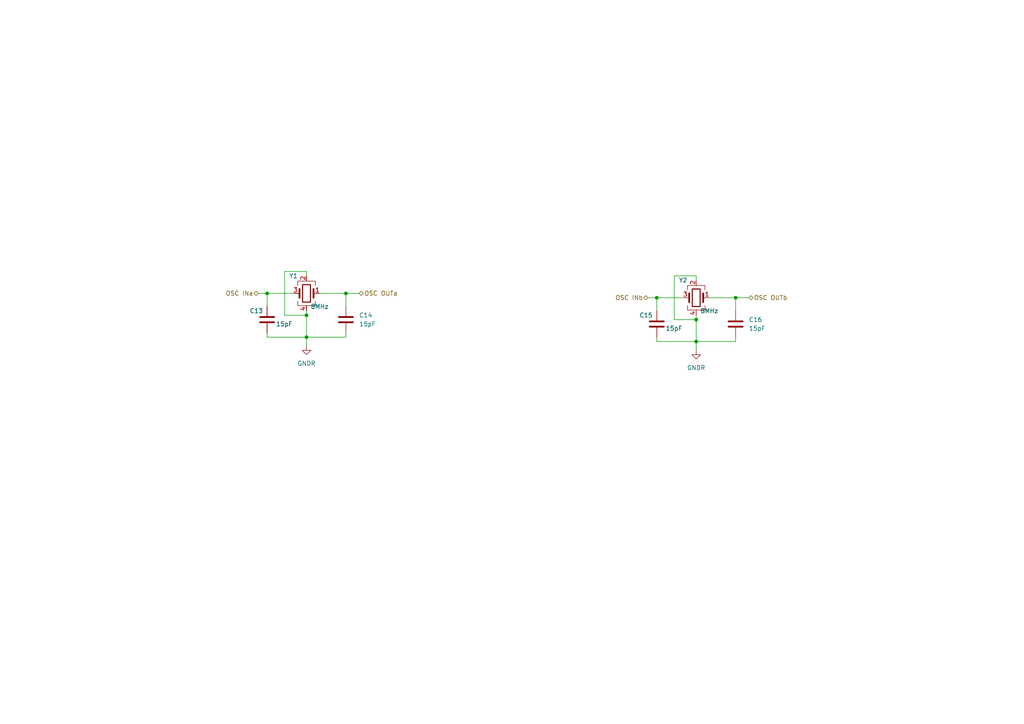
<source format=kicad_sch>
(kicad_sch (version 20250114) (generator "eeschema") (generator_version "9.0")
  (paper "A4")
  (title_block (title "STM Clocks with 8MHz Crystal"))
  (lib_symbols
    (symbol "Device:C" (pin_numbers (hide yes)) (pin_names (offset 0.254))
      (property "Reference" "C" (at 0.635 2.54 0))
      (property "Value" "C" (at 0.635 -2.54 0))
      (symbol "C_0_1"
        (polyline (pts (xy -2.032 0.762) (xy 2.032 0.762)) (stroke (width 0.508)))
        (polyline (pts (xy -2.032 -0.762) (xy 2.032 -0.762)) (stroke (width 0.508)))
      )
      (symbol "C_1_1"
        (pin passive line (at 0 3.81 270) (length 2.794) (name "~") (number "1"))
        (pin passive line (at 0 -3.81 90) (length 2.794) (name "~") (number "2"))
      )
    )
    (symbol "Device:Crystal_GND24" (pin_names (offset 1.016) (hide yes))
      (property "Reference" "Y" (at 3.175 5.08 0))
      (property "Value" "Crystal_GND24" (at 3.175 3.175 0))
      (symbol "Crystal_GND24_0_1"
        (polyline (pts (xy -2.54 2.286) (xy -2.54 3.556) (xy 2.54 3.556) (xy 2.54 2.286)))
        (polyline (pts (xy -2.54 0) (xy -2.032 0)))
        (polyline (pts (xy -2.54 -2.286) (xy -2.54 -3.556) (xy 2.54 -3.556) (xy 2.54 -2.286)))
        (polyline (pts (xy -2.032 -1.27) (xy -2.032 1.27)) (stroke (width 0.508)))
        (rectangle (start -1.143 2.54) (end 1.143 -2.54) (stroke (width 0.3048)))
        (polyline (pts (xy 0 3.556) (xy 0 3.81)))
        (polyline (pts (xy 0 -3.81) (xy 0 -3.556)))
        (polyline (pts (xy 2.032 0) (xy 2.54 0)))
        (polyline (pts (xy 2.032 -1.27) (xy 2.032 1.27)) (stroke (width 0.508)))
      )
      (symbol "Crystal_GND24_1_1"
        (pin passive line (at -3.81 0 0) (length 1.27) (name "1") (number "1"))
        (pin passive line (at 0 5.08 270) (length 1.27) (name "2") (number "2"))
        (pin passive line (at 0 -5.08 90) (length 1.27) (name "4") (number "4"))
        (pin passive line (at 3.81 0 180) (length 1.27) (name "3") (number "3"))
      )
    )
    (symbol "foostan/kbd:GNDR" (power) (pin_names (offset 0))
      (property "Value" "GNDR" (at 0 -3.81 0))
      (symbol "GNDR_0_1"
        (polyline (pts (xy 0 0) (xy 0 -1.27) (xy 1.27 -1.27) (xy 0 -2.54) (xy -1.27 -1.27) (xy 0 -1.27)))
      )
      (symbol "GNDR_1_1"
        (pin power_in line (at 0 0 270) (length 0) (hide yes) (name "GNDR") (number "1"))
      )
    )
  )
  (junction (at 88.9 91.44))
  (junction (at 201.93 99.06))
  (junction (at 201.93 92.71))
  (junction (at 190.5 86.36))
  (junction (at 213.36 86.36))
  (junction (at 88.9 97.79))
  (junction (at 100.33 85.09))
  (junction (at 77.47 85.09))
  (wire (pts (xy 195.58 92.71) (xy 201.93 92.71)))
  (wire (pts (xy 88.9 91.44) (xy 88.9 90.17)))
  (wire (pts (xy 190.5 99.06) (xy 190.5 97.79)))
  (wire (pts (xy 190.5 86.36) (xy 198.12 86.36)))
  (wire (pts (xy 195.58 80.01) (xy 201.93 80.01)))
  (wire (pts (xy 100.33 85.09) (xy 100.33 88.9)))
  (wire (pts (xy 77.47 97.79) (xy 77.47 96.52)))
  (wire (pts (xy 88.9 97.79) (xy 100.33 97.79)))
  (wire (pts (xy 88.9 78.74) (xy 88.9 80.01)))
  (wire (pts (xy 190.5 86.36) (xy 190.5 90.17)))
  (wire (pts (xy 190.5 99.06) (xy 201.93 99.06)))
  (wire (pts (xy 213.36 86.36) (xy 217.17 86.36)))
  (wire (pts (xy 82.55 78.74) (xy 82.55 91.44)))
  (wire (pts (xy 88.9 100.33) (xy 88.9 97.79)))
  (wire (pts (xy 77.47 85.09) (xy 85.09 85.09)))
  (wire (pts (xy 205.74 86.36) (xy 213.36 86.36)))
  (wire (pts (xy 213.36 99.06) (xy 213.36 97.79)))
  (wire (pts (xy 195.58 80.01) (xy 195.58 92.71)))
  (wire (pts (xy 201.93 99.06) (xy 213.36 99.06)))
  (wire (pts (xy 213.36 86.36) (xy 213.36 90.17)))
  (wire (pts (xy 201.93 80.01) (xy 201.93 81.28)))
  (wire (pts (xy 201.93 101.6) (xy 201.93 99.06)))
  (wire (pts (xy 82.55 91.44) (xy 88.9 91.44)))
  (wire (pts (xy 82.55 78.74) (xy 88.9 78.74)))
  (wire (pts (xy 88.9 91.44) (xy 88.9 97.79)))
  (wire (pts (xy 92.71 85.09) (xy 100.33 85.09)))
  (wire (pts (xy 77.47 85.09) (xy 77.47 88.9)))
  (wire (pts (xy 201.93 92.71) (xy 201.93 99.06)))
  (wire (pts (xy 77.47 97.79) (xy 88.9 97.79)))
  (wire (pts (xy 187.96 86.36) (xy 190.5 86.36)))
  (wire (pts (xy 201.93 92.71) (xy 201.93 91.44)))
  (wire (pts (xy 74.93 85.09) (xy 77.47 85.09)))
  (wire (pts (xy 100.33 85.09) (xy 104.14 85.09)))
  (wire (pts (xy 100.33 97.79) (xy 100.33 96.52)))
  (hierarchical_label "OSC OUTa" (shape bidirectional) (at 104.14 85.09 0))
  (hierarchical_label "OSC INa" (shape bidirectional) (at 74.93 85.09 180))
  (hierarchical_label "OSC OUTb" (shape bidirectional) (at 217.17 86.36 0))
  (hierarchical_label "OSC INb" (shape bidirectional) (at 187.96 86.36 180))
  (symbol (lib_id "foostan/kbd:GNDR") (at 88.9 100.33 0) (unit 1)
    (property "Reference" "#PWR025" (effects (hide yes)))
    (property "Value" "GNDR" (at 88.9 105.41 0))
  )
  (symbol (lib_id "foostan/kbd:GNDR") (at 201.93 101.6 0) (unit 1)
    (property "Reference" "#PWR026" (effects (hide yes)))
    (property "Value" "GNDR" (at 201.93 106.68 0))
  )
  (symbol (lib_id "Device:C") (at 213.36 93.98 0) (unit 1)
    (property "Reference" "C16" (at 217.17 92.7099 0) (effects (justify left)))
    (property "Value" "15pF" (at 217.17 95.2499 0) (effects (justify left)))
    (property "Footprint" "Capacitor_SMD:C_0402_1005Metric_Pad0.74x0.62mm_HandSolder" (effects (hide yes)))
  )
  (symbol (lib_id "Device:Crystal_GND24") (at 88.9 85.09 0) (mirror y) (unit 1)
    (property "Reference" "Y1" (at 85.09 80.01 0))
    (property "Value" "8MHz" (at 92.71 88.9 0))
    (property "Footprint" "Crystal:Crystal_SMD_Abracon_ABM3B-4Pin_5.0x3.2mm" (effects (hide yes)))
  )
  (symbol (lib_id "Device:C") (at 77.47 92.71 0) (unit 1)
    (property "Reference" "C13" (at 72.39 90.17 0) (effects (justify left)))
    (property "Value" "15pF" (at 80.01 93.98 0) (effects (justify left)))
    (property "Footprint" "Capacitor_SMD:C_0402_1005Metric_Pad0.74x0.62mm_HandSolder" (effects (hide yes)))
  )
  (symbol (lib_id "Device:C") (at 100.33 92.71 0) (unit 1)
    (property "Reference" "C14" (at 104.14 91.4399 0) (effects (justify left)))
    (property "Value" "15pF" (at 104.14 93.9799 0) (effects (justify left)))
    (property "Footprint" "Capacitor_SMD:C_0402_1005Metric_Pad0.74x0.62mm_HandSolder" (effects (hide yes)))
  )
  (symbol (lib_id "Device:C") (at 190.5 93.98 0) (unit 1)
    (property "Reference" "C15" (at 185.42 91.44 0) (effects (justify left)))
    (property "Value" "15pF" (at 193.04 95.25 0) (effects (justify left)))
    (property "Footprint" "Capacitor_SMD:C_0402_1005Metric_Pad0.74x0.62mm_HandSolder" (effects (hide yes)))
  )
  (symbol (lib_id "Device:Crystal_GND24") (at 201.93 86.36 0) (mirror y) (unit 1)
    (property "Reference" "Y2" (at 198.12 81.28 0))
    (property "Value" "8MHz" (at 205.74 90.17 0))
    (property "Footprint" "Crystal:Crystal_SMD_Abracon_ABM3B-4Pin_5.0x3.2mm" (effects (hide yes)))
  )
)
</source>
